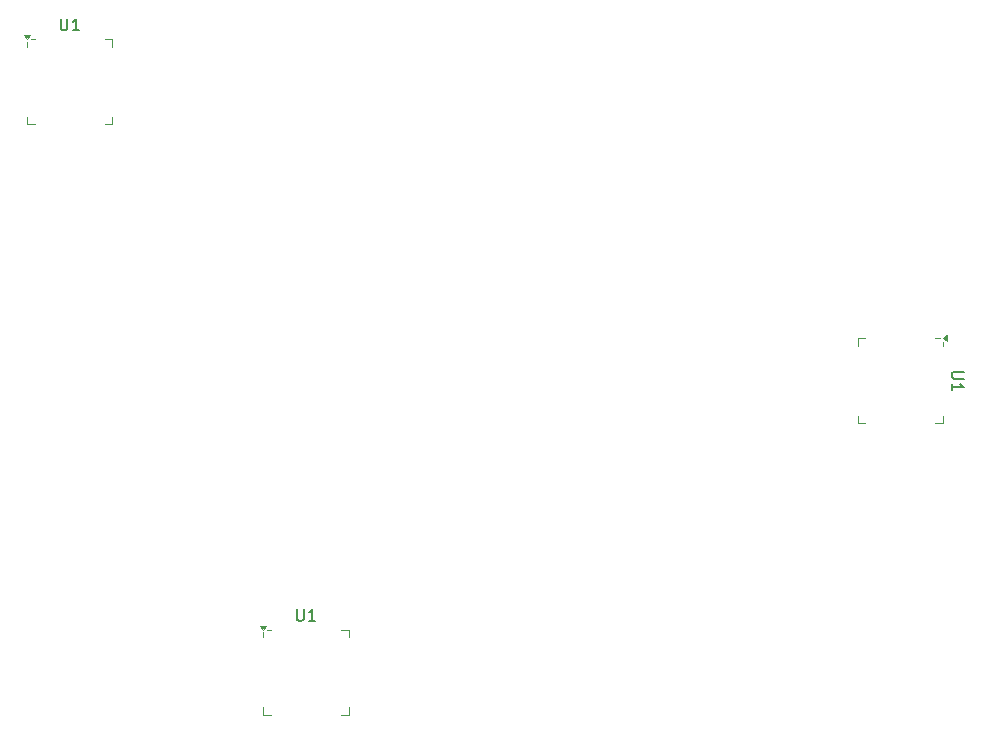
<source format=gto>
G04 Gerber file generated by Gerbonara*
%TF.GenerationSoftware,KiCad,Pcbnew,8.0.2-1*%
%TF.CreationDate,2024-09-25T19:04:35+01:00*%
%TF.ProjectId,test_module_1,74657374-5f6d-46f6-9475-6c655f312e6b,rev?*%
%TF.SameCoordinates,PX8583b00PY5f5e100*%
%TF.FileFunction,Legend,Top*%
%TF.FilePolarity,Positive*%
%MOMM*%
%FSLAX45Y45*%
%IPPOS*%
G75
%LPD*%
%ADD10C,0.15*%
%ADD11C,0.12*%
D10*
X-001576191Y-001932482D02*
X-001576191Y-002013434D01*
X-001571429Y-002022958D01*
X-001566667Y-002027720D01*
X-001557143Y-002032482D01*
X-001538095Y-002032482D01*
X-001528571Y-002027720D01*
X-001523810Y-002022958D01*
X-001519048Y-002013434D01*
X-001519048Y-001932482D01*
X-001419048Y-002032482D02*
X-001476191Y-002032482D01*
X-001447619Y-002032482D02*
X-001447619Y-001932482D01*
X-001457143Y-001946768D01*
X-001466667Y-001956291D01*
X-001476191Y-001961053D01*
D11*
X-001861000Y-002171000D02*
X-001861000Y-002130000D01*
X-001861000Y-002828000D02*
X-001861000Y-002763000D01*
X-001796000Y-002106000D02*
X-001831000Y-002106000D01*
X-001796000Y-002828000D02*
X-001861000Y-002828000D01*
X-001204000Y-002106000D02*
X-001139000Y-002106000D01*
X-001204000Y-002828000D02*
X-001139000Y-002828000D01*
X-001139000Y-002106000D02*
X-001139000Y-002171000D01*
X-001139000Y-002828000D02*
X-001139000Y-002763000D01*
X-001861000Y-002106000D02*
X-001885000Y-002073000D01*
X-001837000Y-002073000D01*
X-001861000Y-002106000D01*
G36*
G01**
X-001885000Y-002073000D01*
X-001837000Y-002073000D01*
X-001861000Y-002106000D01*
G37*
D10*
X-003576190Y003067518D02*
X-003576190Y002986566D01*
X-003571429Y002977042D01*
X-003566667Y002972280D01*
X-003557143Y002967518D01*
X-003538095Y002967518D01*
X-003528572Y002972280D01*
X-003523810Y002977042D01*
X-003519048Y002986566D01*
X-003519048Y003067518D01*
X-003419048Y002967518D02*
X-003476190Y002967518D01*
X-003447619Y002967518D02*
X-003447619Y003067518D01*
X-003457143Y003053232D01*
X-003466667Y003043709D01*
X-003476190Y003038947D01*
D11*
X-003861000Y002829000D02*
X-003861000Y002870000D01*
X-003861000Y002172000D02*
X-003861000Y002237000D01*
X-003796000Y002894000D02*
X-003831000Y002894000D01*
X-003796000Y002172000D02*
X-003861000Y002172000D01*
X-003204000Y002894000D02*
X-003139000Y002894000D01*
X-003204000Y002172000D02*
X-003139000Y002172000D01*
X-003139000Y002894000D02*
X-003139000Y002829000D01*
X-003139000Y002172000D02*
X-003139000Y002237000D01*
X-003861000Y002894000D02*
X-003885000Y002927000D01*
X-003837000Y002927000D01*
X-003861000Y002894000D01*
G36*
G01**
X-003885000Y002927000D01*
X-003837000Y002927000D01*
X-003861000Y002894000D01*
G37*
D10*
X004067518Y000076191D02*
X003986566Y000076191D01*
X003977042Y000071429D01*
X003972280Y000066667D01*
X003967518Y000057143D01*
X003967518Y000038095D01*
X003972280Y000028572D01*
X003977042Y000023810D01*
X003986566Y000019048D01*
X004067518Y000019048D01*
X003967518Y-000080952D02*
X003967518Y-000023809D01*
X003967518Y-000052381D02*
X004067518Y-000052381D01*
X004053232Y-000042857D01*
X004043709Y-000033333D01*
X004038947Y-000023809D01*
D11*
X003829000Y000361000D02*
X003870000Y000361000D01*
X003172000Y000361000D02*
X003237000Y000361000D01*
X003894000Y000296000D02*
X003894000Y000331000D01*
X003172000Y000296000D02*
X003172000Y000361000D01*
X003894000Y-000296000D02*
X003894000Y-000361000D01*
X003172000Y-000296000D02*
X003172000Y-000361000D01*
X003894000Y-000361000D02*
X003829000Y-000361000D01*
X003172000Y-000361000D02*
X003237000Y-000361000D01*
X003894000Y000361000D02*
X003927000Y000385000D01*
X003927000Y000337000D01*
X003894000Y000361000D01*
G36*
G01**
X003927000Y000385000D01*
X003927000Y000337000D01*
X003894000Y000361000D01*
G37*
M02*
</source>
